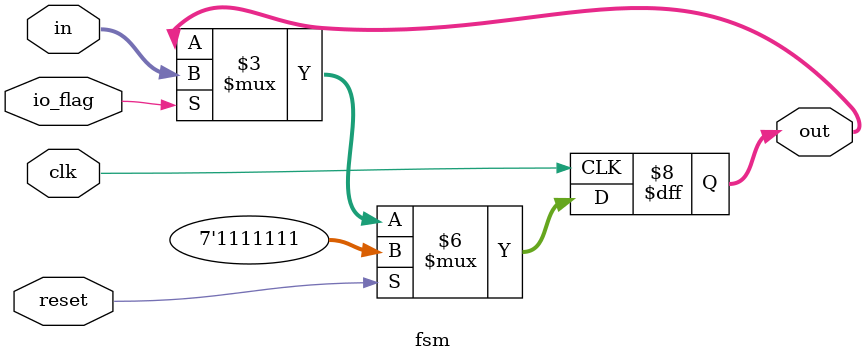
<source format=sv>
module fsm (clk, reset, io_flag, in, out);

	input logic clk, reset;
	input logic [6:0] in; 
	input logic io_flag; 
	output logic[6:0] out;
	
	
	// @positive edge 
	 always_ff @(posedge clk) begin
		 if (reset) begin
			out <= ~7'b0000000;
		 end
		 // update 
		 else if (io_flag) begin 
			out <= in; 
		end else begin 
			out <= out;
		end 
	end
	

//	always_comb begin
//		if (reset) begin
//			out = ~7'b0000000;
//		end if (counter % 2 == 0) begin
//			out_ub = out_ub; 
//		end else if (counter % 2 == 1) begin
//			out = out_ub;
//		end else begin
//			out = ~7'b0000000;
//		end
//	end
	
	// logic [6:0] buffer [2:0]; 
	
	// buf #(1000)(out, out_ub); 

endmodule

</source>
